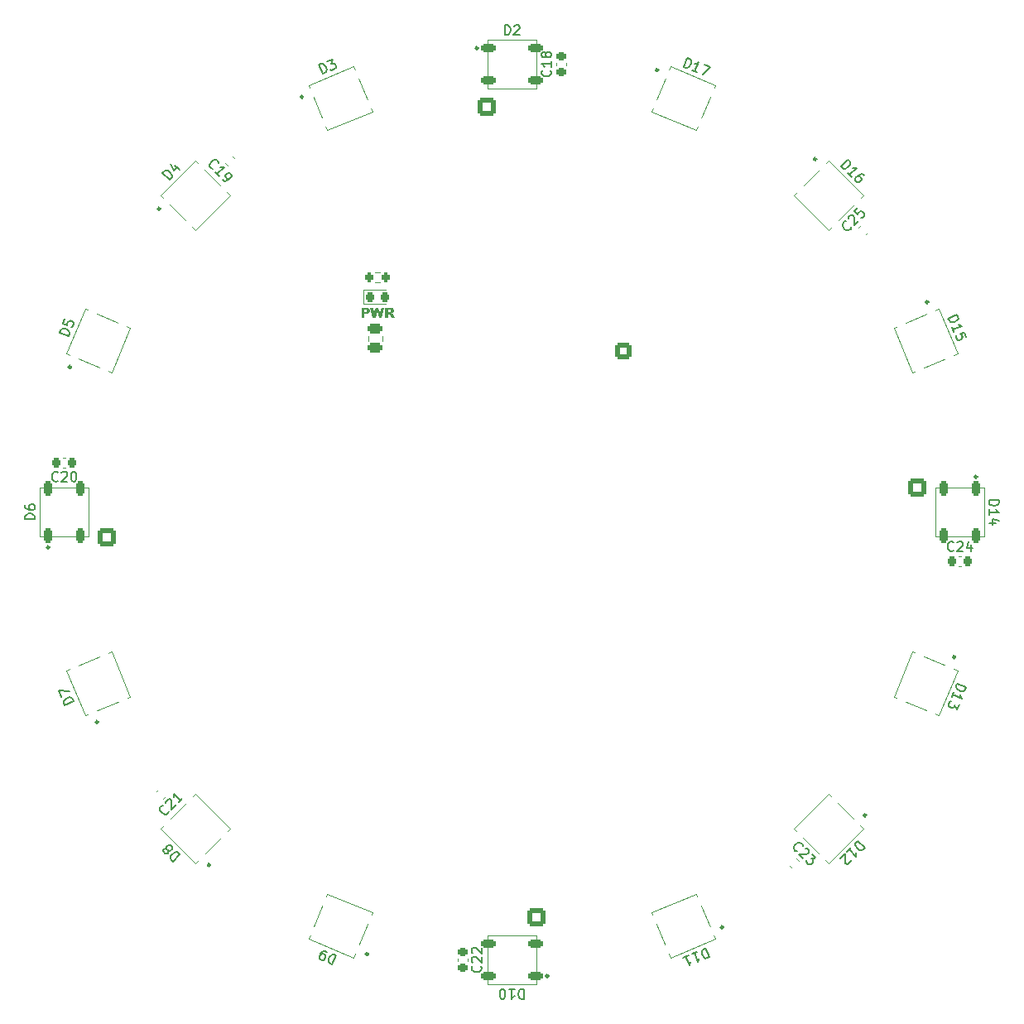
<source format=gbr>
%TF.GenerationSoftware,KiCad,Pcbnew,7.0.6*%
%TF.CreationDate,2023-12-16T12:44:13+09:00*%
%TF.ProjectId,BallSensor_TSSP58038_20230330,42616c6c-5365-46e7-936f-725f54535350,rev?*%
%TF.SameCoordinates,Original*%
%TF.FileFunction,Legend,Top*%
%TF.FilePolarity,Positive*%
%FSLAX46Y46*%
G04 Gerber Fmt 4.6, Leading zero omitted, Abs format (unit mm)*
G04 Created by KiCad (PCBNEW 7.0.6) date 2023-12-16 12:44:13*
%MOMM*%
%LPD*%
G01*
G04 APERTURE LIST*
G04 Aperture macros list*
%AMRoundRect*
0 Rectangle with rounded corners*
0 $1 Rounding radius*
0 $2 $3 $4 $5 $6 $7 $8 $9 X,Y pos of 4 corners*
0 Add a 4 corners polygon primitive as box body*
4,1,4,$2,$3,$4,$5,$6,$7,$8,$9,$2,$3,0*
0 Add four circle primitives for the rounded corners*
1,1,$1+$1,$2,$3*
1,1,$1+$1,$4,$5*
1,1,$1+$1,$6,$7*
1,1,$1+$1,$8,$9*
0 Add four rect primitives between the rounded corners*
20,1,$1+$1,$2,$3,$4,$5,0*
20,1,$1+$1,$4,$5,$6,$7,0*
20,1,$1+$1,$6,$7,$8,$9,0*
20,1,$1+$1,$8,$9,$2,$3,0*%
G04 Aperture macros list end*
%ADD10C,0.150000*%
%ADD11C,0.120000*%
%ADD12C,0.260000*%
%ADD13RoundRect,0.225000X0.212132X0.530330X-0.530330X-0.212132X-0.212132X-0.530330X0.530330X0.212132X0*%
%ADD14RoundRect,0.225000X0.250000X-0.225000X0.250000X0.225000X-0.250000X0.225000X-0.250000X-0.225000X0*%
%ADD15RoundRect,0.225000X-0.571141X-0.006964X0.398933X-0.408782X0.571141X0.006964X-0.398933X0.408782X0*%
%ADD16C,3.200000*%
%ADD17RoundRect,0.225000X0.408782X-0.398933X0.006964X0.571141X-0.408782X0.398933X-0.006964X-0.571141X0*%
%ADD18RoundRect,0.200000X-0.200000X-0.275000X0.200000X-0.275000X0.200000X0.275000X-0.200000X0.275000X0*%
%ADD19RoundRect,0.225000X0.225000X0.250000X-0.225000X0.250000X-0.225000X-0.250000X0.225000X-0.250000X0*%
%ADD20RoundRect,0.225000X0.398933X0.408782X-0.571141X0.006964X-0.398933X-0.408782X0.571141X-0.006964X0*%
%ADD21RoundRect,0.225000X-0.530330X0.212132X0.212132X-0.530330X0.530330X-0.212132X-0.212132X0.530330X0*%
%ADD22RoundRect,0.250000X0.475000X-0.250000X0.475000X0.250000X-0.475000X0.250000X-0.475000X-0.250000X0*%
%ADD23RoundRect,0.225000X-0.225000X0.525000X-0.225000X-0.525000X0.225000X-0.525000X0.225000X0.525000X0*%
%ADD24RoundRect,0.225000X-0.250000X0.225000X-0.250000X-0.225000X0.250000X-0.225000X0.250000X0.225000X0*%
%ADD25RoundRect,0.225000X-0.212132X-0.530330X0.530330X0.212132X0.212132X0.530330X-0.530330X-0.212132X0*%
%ADD26RoundRect,0.225000X-0.335876X-0.017678X-0.017678X-0.335876X0.335876X0.017678X0.017678X0.335876X0*%
%ADD27RoundRect,0.225000X0.225000X-0.525000X0.225000X0.525000X-0.225000X0.525000X-0.225000X-0.525000X0*%
%ADD28RoundRect,0.225000X-0.398933X-0.408782X0.571141X-0.006964X0.398933X0.408782X-0.571141X0.006964X0*%
%ADD29RoundRect,0.225000X0.335876X0.017678X0.017678X0.335876X-0.335876X-0.017678X-0.017678X-0.335876X0*%
%ADD30RoundRect,0.218750X-0.218750X-0.256250X0.218750X-0.256250X0.218750X0.256250X-0.218750X0.256250X0*%
%ADD31RoundRect,0.225000X-0.006964X0.571141X-0.408782X-0.398933X0.006964X-0.571141X0.408782X0.398933X0*%
%ADD32RoundRect,0.225000X-0.525000X-0.225000X0.525000X-0.225000X0.525000X0.225000X-0.525000X0.225000X0*%
%ADD33RoundRect,0.225000X-0.225000X-0.250000X0.225000X-0.250000X0.225000X0.250000X-0.225000X0.250000X0*%
%ADD34RoundRect,0.225000X0.006964X-0.571141X0.408782X0.398933X-0.006964X0.571141X-0.408782X-0.398933X0*%
%ADD35RoundRect,0.225000X0.525000X0.225000X-0.525000X0.225000X-0.525000X-0.225000X0.525000X-0.225000X0*%
%ADD36RoundRect,0.225000X0.571141X0.006964X-0.398933X0.408782X-0.571141X-0.006964X0.398933X-0.408782X0*%
%ADD37RoundRect,0.225000X-0.408782X0.398933X-0.006964X-0.571141X0.408782X-0.398933X0.006964X0.571141X0*%
%ADD38RoundRect,0.225000X-0.017678X0.335876X-0.335876X0.017678X0.017678X-0.335876X0.335876X-0.017678X0*%
%ADD39RoundRect,0.225000X0.017678X-0.335876X0.335876X-0.017678X-0.017678X0.335876X-0.335876X0.017678X0*%
%ADD40RoundRect,0.225000X0.530330X-0.212132X-0.212132X0.530330X-0.530330X0.212132X0.212132X-0.530330X0*%
%ADD41RoundRect,0.250200X0.849005X0.351669X-0.351669X0.849005X-0.849005X-0.351669X0.351669X-0.849005X0*%
%ADD42C,1.800000*%
%ADD43RoundRect,0.250200X-0.849005X-0.351669X0.351669X-0.849005X0.849005X0.351669X-0.351669X0.849005X0*%
%ADD44RoundRect,0.250200X-0.918956X0.000000X0.000000X-0.918956X0.918956X0.000000X0.000000X0.918956X0*%
%ADD45RoundRect,0.250000X0.600000X-0.600000X0.600000X0.600000X-0.600000X0.600000X-0.600000X-0.600000X0*%
%ADD46C,1.700000*%
%ADD47RoundRect,0.250200X-0.649800X-0.649800X0.649800X-0.649800X0.649800X0.649800X-0.649800X0.649800X0*%
%ADD48RoundRect,0.250200X-0.351669X0.849005X-0.849005X-0.351669X0.351669X-0.849005X0.849005X0.351669X0*%
%ADD49RoundRect,0.250200X0.918956X0.000000X0.000000X0.918956X-0.918956X0.000000X0.000000X-0.918956X0*%
%ADD50RoundRect,0.250200X0.649800X-0.649800X0.649800X0.649800X-0.649800X0.649800X-0.649800X-0.649800X0*%
%ADD51RoundRect,0.250200X0.351669X0.849005X-0.849005X0.351669X-0.351669X-0.849005X0.849005X-0.351669X0*%
%ADD52RoundRect,0.250200X0.000000X-0.918956X0.918956X0.000000X0.000000X0.918956X-0.918956X0.000000X0*%
%ADD53RoundRect,0.250200X-0.649800X0.649800X-0.649800X-0.649800X0.649800X-0.649800X0.649800X0.649800X0*%
%ADD54RoundRect,0.250200X0.351669X-0.849005X0.849005X0.351669X-0.351669X0.849005X-0.849005X-0.351669X0*%
%ADD55RoundRect,0.250200X-0.351669X-0.849005X0.849005X-0.351669X0.351669X0.849005X-0.849005X0.351669X0*%
%ADD56RoundRect,0.250200X-0.849005X0.351669X-0.351669X-0.849005X0.849005X-0.351669X0.351669X0.849005X0*%
%ADD57RoundRect,0.250200X0.849005X-0.351669X0.351669X0.849005X-0.849005X0.351669X-0.351669X-0.849005X0*%
%ADD58RoundRect,0.250200X0.000000X0.918956X-0.918956X0.000000X0.000000X-0.918956X0.918956X0.000000X0*%
%ADD59RoundRect,0.250200X0.649800X0.649800X-0.649800X0.649800X-0.649800X-0.649800X0.649800X-0.649800X0*%
G04 APERTURE END LIST*
D10*
X136327032Y-133330772D02*
X137034138Y-134037879D01*
X137034138Y-134037879D02*
X136865780Y-134206238D01*
X136865780Y-134206238D02*
X136731093Y-134273581D01*
X136731093Y-134273581D02*
X136596406Y-134273581D01*
X136596406Y-134273581D02*
X136495390Y-134239909D01*
X136495390Y-134239909D02*
X136327032Y-134138894D01*
X136327032Y-134138894D02*
X136226016Y-134037879D01*
X136226016Y-134037879D02*
X136125001Y-133869520D01*
X136125001Y-133869520D02*
X136091329Y-133768505D01*
X136091329Y-133768505D02*
X136091329Y-133633818D01*
X136091329Y-133633818D02*
X136158673Y-133499131D01*
X136158673Y-133499131D02*
X136327032Y-133330772D01*
X135249536Y-134408268D02*
X135653597Y-134004207D01*
X135451566Y-134206238D02*
X136158673Y-134913344D01*
X136158673Y-134913344D02*
X136125001Y-134744986D01*
X136125001Y-134744986D02*
X136125001Y-134610299D01*
X136125001Y-134610299D02*
X136158673Y-134509283D01*
X135619925Y-135317406D02*
X135619925Y-135384749D01*
X135619925Y-135384749D02*
X135586253Y-135485764D01*
X135586253Y-135485764D02*
X135417894Y-135654123D01*
X135417894Y-135654123D02*
X135316879Y-135687795D01*
X135316879Y-135687795D02*
X135249535Y-135687795D01*
X135249535Y-135687795D02*
X135148520Y-135654123D01*
X135148520Y-135654123D02*
X135081177Y-135586780D01*
X135081177Y-135586780D02*
X135013833Y-135452093D01*
X135013833Y-135452093D02*
X135013833Y-134643971D01*
X135013833Y-134643971D02*
X134576100Y-135081703D01*
X104894580Y-54528857D02*
X104942200Y-54576476D01*
X104942200Y-54576476D02*
X104989819Y-54719333D01*
X104989819Y-54719333D02*
X104989819Y-54814571D01*
X104989819Y-54814571D02*
X104942200Y-54957428D01*
X104942200Y-54957428D02*
X104846961Y-55052666D01*
X104846961Y-55052666D02*
X104751723Y-55100285D01*
X104751723Y-55100285D02*
X104561247Y-55147904D01*
X104561247Y-55147904D02*
X104418390Y-55147904D01*
X104418390Y-55147904D02*
X104227914Y-55100285D01*
X104227914Y-55100285D02*
X104132676Y-55052666D01*
X104132676Y-55052666D02*
X104037438Y-54957428D01*
X104037438Y-54957428D02*
X103989819Y-54814571D01*
X103989819Y-54814571D02*
X103989819Y-54719333D01*
X103989819Y-54719333D02*
X104037438Y-54576476D01*
X104037438Y-54576476D02*
X104085057Y-54528857D01*
X104989819Y-53576476D02*
X104989819Y-54147904D01*
X104989819Y-53862190D02*
X103989819Y-53862190D01*
X103989819Y-53862190D02*
X104132676Y-53957428D01*
X104132676Y-53957428D02*
X104227914Y-54052666D01*
X104227914Y-54052666D02*
X104275533Y-54147904D01*
X104418390Y-53005047D02*
X104370771Y-53100285D01*
X104370771Y-53100285D02*
X104323152Y-53147904D01*
X104323152Y-53147904D02*
X104227914Y-53195523D01*
X104227914Y-53195523D02*
X104180295Y-53195523D01*
X104180295Y-53195523D02*
X104085057Y-53147904D01*
X104085057Y-53147904D02*
X104037438Y-53100285D01*
X104037438Y-53100285D02*
X103989819Y-53005047D01*
X103989819Y-53005047D02*
X103989819Y-52814571D01*
X103989819Y-52814571D02*
X104037438Y-52719333D01*
X104037438Y-52719333D02*
X104085057Y-52671714D01*
X104085057Y-52671714D02*
X104180295Y-52624095D01*
X104180295Y-52624095D02*
X104227914Y-52624095D01*
X104227914Y-52624095D02*
X104323152Y-52671714D01*
X104323152Y-52671714D02*
X104370771Y-52719333D01*
X104370771Y-52719333D02*
X104418390Y-52814571D01*
X104418390Y-52814571D02*
X104418390Y-53005047D01*
X104418390Y-53005047D02*
X104466009Y-53100285D01*
X104466009Y-53100285D02*
X104513628Y-53147904D01*
X104513628Y-53147904D02*
X104608866Y-53195523D01*
X104608866Y-53195523D02*
X104799342Y-53195523D01*
X104799342Y-53195523D02*
X104894580Y-53147904D01*
X104894580Y-53147904D02*
X104942200Y-53100285D01*
X104942200Y-53100285D02*
X104989819Y-53005047D01*
X104989819Y-53005047D02*
X104989819Y-52814571D01*
X104989819Y-52814571D02*
X104942200Y-52719333D01*
X104942200Y-52719333D02*
X104894580Y-52671714D01*
X104894580Y-52671714D02*
X104799342Y-52624095D01*
X104799342Y-52624095D02*
X104608866Y-52624095D01*
X104608866Y-52624095D02*
X104513628Y-52671714D01*
X104513628Y-52671714D02*
X104466009Y-52719333D01*
X104466009Y-52719333D02*
X104418390Y-52814571D01*
X118516252Y-54140442D02*
X118898935Y-53216563D01*
X118898935Y-53216563D02*
X119118907Y-53307678D01*
X119118907Y-53307678D02*
X119232667Y-53406341D01*
X119232667Y-53406341D02*
X119284209Y-53530776D01*
X119284209Y-53530776D02*
X119291757Y-53636987D01*
X119291757Y-53636987D02*
X119262859Y-53831188D01*
X119262859Y-53831188D02*
X119208190Y-53963170D01*
X119208190Y-53963170D02*
X119091304Y-54120924D01*
X119091304Y-54120924D02*
X119010864Y-54190690D01*
X119010864Y-54190690D02*
X118886429Y-54242232D01*
X118886429Y-54242232D02*
X118736223Y-54231558D01*
X118736223Y-54231558D02*
X118516252Y-54140442D01*
X119924068Y-54723579D02*
X119396137Y-54504903D01*
X119660103Y-54614241D02*
X120042786Y-53690361D01*
X120042786Y-53690361D02*
X119900129Y-53785898D01*
X119900129Y-53785898D02*
X119775694Y-53837441D01*
X119775694Y-53837441D02*
X119669483Y-53844989D01*
X120614712Y-53927261D02*
X121230631Y-54182383D01*
X121230631Y-54182383D02*
X120452000Y-54942255D01*
X56166586Y-119041016D02*
X55242707Y-119423700D01*
X55242707Y-119423700D02*
X55151592Y-119203729D01*
X55151592Y-119203729D02*
X55140917Y-119053523D01*
X55140917Y-119053523D02*
X55192459Y-118929088D01*
X55192459Y-118929088D02*
X55262225Y-118848648D01*
X55262225Y-118848648D02*
X55419979Y-118731762D01*
X55419979Y-118731762D02*
X55551962Y-118677092D01*
X55551962Y-118677092D02*
X55746162Y-118648195D01*
X55746162Y-118648195D02*
X55852373Y-118655743D01*
X55852373Y-118655743D02*
X55976808Y-118707285D01*
X55976808Y-118707285D02*
X56075471Y-118821045D01*
X56075471Y-118821045D02*
X56166586Y-119041016D01*
X54896469Y-118587809D02*
X54641347Y-117971889D01*
X54641347Y-117971889D02*
X55729234Y-117985154D01*
X54522142Y-96475580D02*
X54474523Y-96523200D01*
X54474523Y-96523200D02*
X54331666Y-96570819D01*
X54331666Y-96570819D02*
X54236428Y-96570819D01*
X54236428Y-96570819D02*
X54093571Y-96523200D01*
X54093571Y-96523200D02*
X53998333Y-96427961D01*
X53998333Y-96427961D02*
X53950714Y-96332723D01*
X53950714Y-96332723D02*
X53903095Y-96142247D01*
X53903095Y-96142247D02*
X53903095Y-95999390D01*
X53903095Y-95999390D02*
X53950714Y-95808914D01*
X53950714Y-95808914D02*
X53998333Y-95713676D01*
X53998333Y-95713676D02*
X54093571Y-95618438D01*
X54093571Y-95618438D02*
X54236428Y-95570819D01*
X54236428Y-95570819D02*
X54331666Y-95570819D01*
X54331666Y-95570819D02*
X54474523Y-95618438D01*
X54474523Y-95618438D02*
X54522142Y-95666057D01*
X54903095Y-95666057D02*
X54950714Y-95618438D01*
X54950714Y-95618438D02*
X55045952Y-95570819D01*
X55045952Y-95570819D02*
X55284047Y-95570819D01*
X55284047Y-95570819D02*
X55379285Y-95618438D01*
X55379285Y-95618438D02*
X55426904Y-95666057D01*
X55426904Y-95666057D02*
X55474523Y-95761295D01*
X55474523Y-95761295D02*
X55474523Y-95856533D01*
X55474523Y-95856533D02*
X55426904Y-95999390D01*
X55426904Y-95999390D02*
X54855476Y-96570819D01*
X54855476Y-96570819D02*
X55474523Y-96570819D01*
X56093571Y-95570819D02*
X56188809Y-95570819D01*
X56188809Y-95570819D02*
X56284047Y-95618438D01*
X56284047Y-95618438D02*
X56331666Y-95666057D01*
X56331666Y-95666057D02*
X56379285Y-95761295D01*
X56379285Y-95761295D02*
X56426904Y-95951771D01*
X56426904Y-95951771D02*
X56426904Y-96189866D01*
X56426904Y-96189866D02*
X56379285Y-96380342D01*
X56379285Y-96380342D02*
X56331666Y-96475580D01*
X56331666Y-96475580D02*
X56284047Y-96523200D01*
X56284047Y-96523200D02*
X56188809Y-96570819D01*
X56188809Y-96570819D02*
X56093571Y-96570819D01*
X56093571Y-96570819D02*
X55998333Y-96523200D01*
X55998333Y-96523200D02*
X55950714Y-96475580D01*
X55950714Y-96475580D02*
X55903095Y-96380342D01*
X55903095Y-96380342D02*
X55855476Y-96189866D01*
X55855476Y-96189866D02*
X55855476Y-95951771D01*
X55855476Y-95951771D02*
X55903095Y-95761295D01*
X55903095Y-95761295D02*
X55950714Y-95666057D01*
X55950714Y-95666057D02*
X55998333Y-95618438D01*
X55998333Y-95618438D02*
X56093571Y-95570819D01*
X120759960Y-144302180D02*
X121142643Y-145226060D01*
X121142643Y-145226060D02*
X120922672Y-145317175D01*
X120922672Y-145317175D02*
X120772466Y-145327850D01*
X120772466Y-145327850D02*
X120648031Y-145276307D01*
X120648031Y-145276307D02*
X120567591Y-145206542D01*
X120567591Y-145206542D02*
X120450705Y-145048788D01*
X120450705Y-145048788D02*
X120396036Y-144916805D01*
X120396036Y-144916805D02*
X120367138Y-144722605D01*
X120367138Y-144722605D02*
X120374686Y-144616393D01*
X120374686Y-144616393D02*
X120426228Y-144491959D01*
X120426228Y-144491959D02*
X120539988Y-144393296D01*
X120539988Y-144393296D02*
X120759960Y-144302180D01*
X119352143Y-144885317D02*
X119880074Y-144666641D01*
X119616109Y-144775979D02*
X119998792Y-145699859D01*
X119998792Y-145699859D02*
X120032112Y-145531430D01*
X120032112Y-145531430D02*
X120083654Y-145406995D01*
X120083654Y-145406995D02*
X120153420Y-145326555D01*
X118472258Y-145249778D02*
X119000189Y-145031101D01*
X118736223Y-145140439D02*
X119118907Y-146064319D01*
X119118907Y-146064319D02*
X119152226Y-145895890D01*
X119152226Y-145895890D02*
X119203769Y-145771456D01*
X119203769Y-145771456D02*
X119273534Y-145691015D01*
X134609772Y-64323965D02*
X135316879Y-63616859D01*
X135316879Y-63616859D02*
X135485238Y-63785217D01*
X135485238Y-63785217D02*
X135552581Y-63919904D01*
X135552581Y-63919904D02*
X135552581Y-64054591D01*
X135552581Y-64054591D02*
X135518909Y-64155607D01*
X135518909Y-64155607D02*
X135417894Y-64323965D01*
X135417894Y-64323965D02*
X135316879Y-64424981D01*
X135316879Y-64424981D02*
X135148520Y-64525996D01*
X135148520Y-64525996D02*
X135047505Y-64559668D01*
X135047505Y-64559668D02*
X134912818Y-64559668D01*
X134912818Y-64559668D02*
X134778131Y-64492324D01*
X134778131Y-64492324D02*
X134609772Y-64323965D01*
X135687268Y-65401461D02*
X135283207Y-64997400D01*
X135485238Y-65199431D02*
X136192344Y-64492324D01*
X136192344Y-64492324D02*
X136023986Y-64525996D01*
X136023986Y-64525996D02*
X135889299Y-64525996D01*
X135889299Y-64525996D02*
X135788283Y-64492324D01*
X137000467Y-65300446D02*
X136865780Y-65165759D01*
X136865780Y-65165759D02*
X136764764Y-65132088D01*
X136764764Y-65132088D02*
X136697421Y-65132088D01*
X136697421Y-65132088D02*
X136529062Y-65165759D01*
X136529062Y-65165759D02*
X136360703Y-65266775D01*
X136360703Y-65266775D02*
X136091329Y-65536149D01*
X136091329Y-65536149D02*
X136057658Y-65637164D01*
X136057658Y-65637164D02*
X136057658Y-65704507D01*
X136057658Y-65704507D02*
X136091329Y-65805523D01*
X136091329Y-65805523D02*
X136226016Y-65940210D01*
X136226016Y-65940210D02*
X136327032Y-65973881D01*
X136327032Y-65973881D02*
X136394375Y-65973881D01*
X136394375Y-65973881D02*
X136495390Y-65940210D01*
X136495390Y-65940210D02*
X136663749Y-65771851D01*
X136663749Y-65771851D02*
X136697421Y-65670836D01*
X136697421Y-65670836D02*
X136697421Y-65603492D01*
X136697421Y-65603492D02*
X136663749Y-65502477D01*
X136663749Y-65502477D02*
X136529062Y-65367790D01*
X136529062Y-65367790D02*
X136428047Y-65334118D01*
X136428047Y-65334118D02*
X136360703Y-65334118D01*
X136360703Y-65334118D02*
X136259688Y-65367790D01*
X149760180Y-98471714D02*
X150760180Y-98471714D01*
X150760180Y-98471714D02*
X150760180Y-98709809D01*
X150760180Y-98709809D02*
X150712561Y-98852666D01*
X150712561Y-98852666D02*
X150617323Y-98947904D01*
X150617323Y-98947904D02*
X150522085Y-98995523D01*
X150522085Y-98995523D02*
X150331609Y-99043142D01*
X150331609Y-99043142D02*
X150188752Y-99043142D01*
X150188752Y-99043142D02*
X149998276Y-98995523D01*
X149998276Y-98995523D02*
X149903038Y-98947904D01*
X149903038Y-98947904D02*
X149807800Y-98852666D01*
X149807800Y-98852666D02*
X149760180Y-98709809D01*
X149760180Y-98709809D02*
X149760180Y-98471714D01*
X149760180Y-99995523D02*
X149760180Y-99424095D01*
X149760180Y-99709809D02*
X150760180Y-99709809D01*
X150760180Y-99709809D02*
X150617323Y-99614571D01*
X150617323Y-99614571D02*
X150522085Y-99519333D01*
X150522085Y-99519333D02*
X150474466Y-99424095D01*
X150426847Y-100852666D02*
X149760180Y-100852666D01*
X150807800Y-100614571D02*
X150093514Y-100376476D01*
X150093514Y-100376476D02*
X150093514Y-100995523D01*
X97754580Y-146128857D02*
X97802200Y-146176476D01*
X97802200Y-146176476D02*
X97849819Y-146319333D01*
X97849819Y-146319333D02*
X97849819Y-146414571D01*
X97849819Y-146414571D02*
X97802200Y-146557428D01*
X97802200Y-146557428D02*
X97706961Y-146652666D01*
X97706961Y-146652666D02*
X97611723Y-146700285D01*
X97611723Y-146700285D02*
X97421247Y-146747904D01*
X97421247Y-146747904D02*
X97278390Y-146747904D01*
X97278390Y-146747904D02*
X97087914Y-146700285D01*
X97087914Y-146700285D02*
X96992676Y-146652666D01*
X96992676Y-146652666D02*
X96897438Y-146557428D01*
X96897438Y-146557428D02*
X96849819Y-146414571D01*
X96849819Y-146414571D02*
X96849819Y-146319333D01*
X96849819Y-146319333D02*
X96897438Y-146176476D01*
X96897438Y-146176476D02*
X96945057Y-146128857D01*
X96945057Y-145747904D02*
X96897438Y-145700285D01*
X96897438Y-145700285D02*
X96849819Y-145605047D01*
X96849819Y-145605047D02*
X96849819Y-145366952D01*
X96849819Y-145366952D02*
X96897438Y-145271714D01*
X96897438Y-145271714D02*
X96945057Y-145224095D01*
X96945057Y-145224095D02*
X97040295Y-145176476D01*
X97040295Y-145176476D02*
X97135533Y-145176476D01*
X97135533Y-145176476D02*
X97278390Y-145224095D01*
X97278390Y-145224095D02*
X97849819Y-145795523D01*
X97849819Y-145795523D02*
X97849819Y-145176476D01*
X96945057Y-144795523D02*
X96897438Y-144747904D01*
X96897438Y-144747904D02*
X96849819Y-144652666D01*
X96849819Y-144652666D02*
X96849819Y-144414571D01*
X96849819Y-144414571D02*
X96897438Y-144319333D01*
X96897438Y-144319333D02*
X96945057Y-144271714D01*
X96945057Y-144271714D02*
X97040295Y-144224095D01*
X97040295Y-144224095D02*
X97135533Y-144224095D01*
X97135533Y-144224095D02*
X97278390Y-144271714D01*
X97278390Y-144271714D02*
X97849819Y-144843142D01*
X97849819Y-144843142D02*
X97849819Y-144224095D01*
X65939683Y-65704507D02*
X65232577Y-64997400D01*
X65232577Y-64997400D02*
X65400935Y-64829041D01*
X65400935Y-64829041D02*
X65535622Y-64761698D01*
X65535622Y-64761698D02*
X65670309Y-64761698D01*
X65670309Y-64761698D02*
X65771325Y-64795370D01*
X65771325Y-64795370D02*
X65939683Y-64896385D01*
X65939683Y-64896385D02*
X66040699Y-64997400D01*
X66040699Y-64997400D02*
X66141714Y-65165759D01*
X66141714Y-65165759D02*
X66175386Y-65266774D01*
X66175386Y-65266774D02*
X66175386Y-65401461D01*
X66175386Y-65401461D02*
X66108042Y-65536148D01*
X66108042Y-65536148D02*
X65939683Y-65704507D01*
X66478431Y-64222950D02*
X66949836Y-64694354D01*
X66040699Y-64121935D02*
X66377416Y-64795370D01*
X66377416Y-64795370D02*
X66815149Y-64357637D01*
X130117287Y-134395554D02*
X130049943Y-134395554D01*
X130049943Y-134395554D02*
X129915256Y-134328210D01*
X129915256Y-134328210D02*
X129847913Y-134260867D01*
X129847913Y-134260867D02*
X129780569Y-134126180D01*
X129780569Y-134126180D02*
X129780569Y-133991493D01*
X129780569Y-133991493D02*
X129814241Y-133890478D01*
X129814241Y-133890478D02*
X129915256Y-133722119D01*
X129915256Y-133722119D02*
X130016271Y-133621104D01*
X130016271Y-133621104D02*
X130184630Y-133520088D01*
X130184630Y-133520088D02*
X130285645Y-133486417D01*
X130285645Y-133486417D02*
X130420332Y-133486417D01*
X130420332Y-133486417D02*
X130555019Y-133553760D01*
X130555019Y-133553760D02*
X130622363Y-133621104D01*
X130622363Y-133621104D02*
X130689706Y-133755791D01*
X130689706Y-133755791D02*
X130689706Y-133823134D01*
X130959080Y-134092508D02*
X131026424Y-134092508D01*
X131026424Y-134092508D02*
X131127439Y-134126180D01*
X131127439Y-134126180D02*
X131295798Y-134294539D01*
X131295798Y-134294539D02*
X131329470Y-134395554D01*
X131329470Y-134395554D02*
X131329470Y-134462897D01*
X131329470Y-134462897D02*
X131295798Y-134563913D01*
X131295798Y-134563913D02*
X131228454Y-134631256D01*
X131228454Y-134631256D02*
X131093767Y-134698600D01*
X131093767Y-134698600D02*
X130285645Y-134698600D01*
X130285645Y-134698600D02*
X130723378Y-135136332D01*
X131666187Y-134664928D02*
X132103920Y-135102661D01*
X132103920Y-135102661D02*
X131598844Y-135136333D01*
X131598844Y-135136333D02*
X131699859Y-135237348D01*
X131699859Y-135237348D02*
X131733531Y-135338363D01*
X131733531Y-135338363D02*
X131733531Y-135405707D01*
X131733531Y-135405707D02*
X131699859Y-135506722D01*
X131699859Y-135506722D02*
X131531500Y-135675081D01*
X131531500Y-135675081D02*
X131430485Y-135708752D01*
X131430485Y-135708752D02*
X131363142Y-135708752D01*
X131363142Y-135708752D02*
X131262126Y-135675081D01*
X131262126Y-135675081D02*
X131060096Y-135473050D01*
X131060096Y-135473050D02*
X131026424Y-135372035D01*
X131026424Y-135372035D02*
X131026424Y-135304691D01*
X52169819Y-100424094D02*
X51169819Y-100424094D01*
X51169819Y-100424094D02*
X51169819Y-100185999D01*
X51169819Y-100185999D02*
X51217438Y-100043142D01*
X51217438Y-100043142D02*
X51312676Y-99947904D01*
X51312676Y-99947904D02*
X51407914Y-99900285D01*
X51407914Y-99900285D02*
X51598390Y-99852666D01*
X51598390Y-99852666D02*
X51741247Y-99852666D01*
X51741247Y-99852666D02*
X51931723Y-99900285D01*
X51931723Y-99900285D02*
X52026961Y-99947904D01*
X52026961Y-99947904D02*
X52122200Y-100043142D01*
X52122200Y-100043142D02*
X52169819Y-100185999D01*
X52169819Y-100185999D02*
X52169819Y-100424094D01*
X51169819Y-98995523D02*
X51169819Y-99185999D01*
X51169819Y-99185999D02*
X51217438Y-99281237D01*
X51217438Y-99281237D02*
X51265057Y-99328856D01*
X51265057Y-99328856D02*
X51407914Y-99424094D01*
X51407914Y-99424094D02*
X51598390Y-99471713D01*
X51598390Y-99471713D02*
X51979342Y-99471713D01*
X51979342Y-99471713D02*
X52074580Y-99424094D01*
X52074580Y-99424094D02*
X52122200Y-99376475D01*
X52122200Y-99376475D02*
X52169819Y-99281237D01*
X52169819Y-99281237D02*
X52169819Y-99090761D01*
X52169819Y-99090761D02*
X52122200Y-98995523D01*
X52122200Y-98995523D02*
X52074580Y-98947904D01*
X52074580Y-98947904D02*
X51979342Y-98900285D01*
X51979342Y-98900285D02*
X51741247Y-98900285D01*
X51741247Y-98900285D02*
X51646009Y-98947904D01*
X51646009Y-98947904D02*
X51598390Y-98995523D01*
X51598390Y-98995523D02*
X51550771Y-99090761D01*
X51550771Y-99090761D02*
X51550771Y-99281237D01*
X51550771Y-99281237D02*
X51598390Y-99376475D01*
X51598390Y-99376475D02*
X51646009Y-99424094D01*
X51646009Y-99424094D02*
X51741247Y-99471713D01*
X81609981Y-54887586D02*
X81227297Y-53963707D01*
X81227297Y-53963707D02*
X81447268Y-53872592D01*
X81447268Y-53872592D02*
X81597474Y-53861917D01*
X81597474Y-53861917D02*
X81721909Y-53913459D01*
X81721909Y-53913459D02*
X81802349Y-53983225D01*
X81802349Y-53983225D02*
X81919235Y-54140979D01*
X81919235Y-54140979D02*
X81973905Y-54272962D01*
X81973905Y-54272962D02*
X82002802Y-54467162D01*
X82002802Y-54467162D02*
X81995254Y-54573373D01*
X81995254Y-54573373D02*
X81943712Y-54697808D01*
X81943712Y-54697808D02*
X81829952Y-54796471D01*
X81829952Y-54796471D02*
X81609981Y-54887586D01*
X82063188Y-53617469D02*
X82635114Y-53380570D01*
X82635114Y-53380570D02*
X82472938Y-53860085D01*
X82472938Y-53860085D02*
X82604921Y-53805416D01*
X82604921Y-53805416D02*
X82711132Y-53812964D01*
X82711132Y-53812964D02*
X82773350Y-53838736D01*
X82773350Y-53838736D02*
X82853790Y-53908501D01*
X82853790Y-53908501D02*
X82944905Y-54128472D01*
X82944905Y-54128472D02*
X82937357Y-54234684D01*
X82937357Y-54234684D02*
X82911585Y-54296901D01*
X82911585Y-54296901D02*
X82841820Y-54377342D01*
X82841820Y-54377342D02*
X82577854Y-54486680D01*
X82577854Y-54486680D02*
X82471643Y-54479131D01*
X82471643Y-54479131D02*
X82409426Y-54453360D01*
X70395049Y-64575830D02*
X70327705Y-64575830D01*
X70327705Y-64575830D02*
X70193018Y-64508486D01*
X70193018Y-64508486D02*
X70125675Y-64441143D01*
X70125675Y-64441143D02*
X70058331Y-64306456D01*
X70058331Y-64306456D02*
X70058331Y-64171769D01*
X70058331Y-64171769D02*
X70092003Y-64070754D01*
X70092003Y-64070754D02*
X70193018Y-63902395D01*
X70193018Y-63902395D02*
X70294033Y-63801380D01*
X70294033Y-63801380D02*
X70462392Y-63700364D01*
X70462392Y-63700364D02*
X70563407Y-63666693D01*
X70563407Y-63666693D02*
X70698094Y-63666693D01*
X70698094Y-63666693D02*
X70832781Y-63734036D01*
X70832781Y-63734036D02*
X70900125Y-63801380D01*
X70900125Y-63801380D02*
X70967468Y-63936067D01*
X70967468Y-63936067D02*
X70967468Y-64003410D01*
X71001140Y-65316608D02*
X70597079Y-64912547D01*
X70799110Y-65114578D02*
X71506216Y-64407471D01*
X71506216Y-64407471D02*
X71337858Y-64441143D01*
X71337858Y-64441143D02*
X71203171Y-64441143D01*
X71203171Y-64441143D02*
X71102155Y-64407471D01*
X71337858Y-65653326D02*
X71472545Y-65788013D01*
X71472545Y-65788013D02*
X71573560Y-65821685D01*
X71573560Y-65821685D02*
X71640904Y-65821685D01*
X71640904Y-65821685D02*
X71809262Y-65788013D01*
X71809262Y-65788013D02*
X71977621Y-65686998D01*
X71977621Y-65686998D02*
X72246995Y-65417624D01*
X72246995Y-65417624D02*
X72280667Y-65316609D01*
X72280667Y-65316609D02*
X72280667Y-65249265D01*
X72280667Y-65249265D02*
X72246995Y-65148250D01*
X72246995Y-65148250D02*
X72112308Y-65013563D01*
X72112308Y-65013563D02*
X72011293Y-64979891D01*
X72011293Y-64979891D02*
X71943949Y-64979891D01*
X71943949Y-64979891D02*
X71842934Y-65013563D01*
X71842934Y-65013563D02*
X71674575Y-65181922D01*
X71674575Y-65181922D02*
X71640904Y-65282937D01*
X71640904Y-65282937D02*
X71640904Y-65350280D01*
X71640904Y-65350280D02*
X71674575Y-65451296D01*
X71674575Y-65451296D02*
X71809262Y-65585983D01*
X71809262Y-65585983D02*
X71910278Y-65619654D01*
X71910278Y-65619654D02*
X71977621Y-65619654D01*
X71977621Y-65619654D02*
X72078636Y-65585983D01*
G36*
X86095124Y-78802658D02*
G01*
X86105439Y-78802891D01*
X86115587Y-78803278D01*
X86125570Y-78803821D01*
X86135386Y-78804519D01*
X86154521Y-78806379D01*
X86172992Y-78808860D01*
X86190799Y-78811961D01*
X86207942Y-78815681D01*
X86224420Y-78820022D01*
X86240235Y-78824984D01*
X86255386Y-78830565D01*
X86269872Y-78836766D01*
X86283695Y-78843588D01*
X86296854Y-78851030D01*
X86309348Y-78859092D01*
X86321179Y-78867774D01*
X86332345Y-78877076D01*
X86337679Y-78881960D01*
X86347883Y-78892144D01*
X86357429Y-78902850D01*
X86366316Y-78914080D01*
X86374545Y-78925832D01*
X86382115Y-78938107D01*
X86389028Y-78950905D01*
X86395282Y-78964226D01*
X86400877Y-78978069D01*
X86405815Y-78992436D01*
X86410094Y-79007325D01*
X86413714Y-79022737D01*
X86416677Y-79038672D01*
X86418981Y-79055130D01*
X86420627Y-79072110D01*
X86421614Y-79089614D01*
X86421943Y-79107640D01*
X86421585Y-79126220D01*
X86420508Y-79144284D01*
X86418715Y-79161833D01*
X86416204Y-79178867D01*
X86412975Y-79195386D01*
X86409029Y-79211390D01*
X86404365Y-79226878D01*
X86398984Y-79241852D01*
X86392886Y-79256310D01*
X86386070Y-79270252D01*
X86378537Y-79283680D01*
X86370286Y-79296592D01*
X86361318Y-79308990D01*
X86351632Y-79320872D01*
X86341229Y-79332239D01*
X86330108Y-79343090D01*
X86318281Y-79353353D01*
X86305699Y-79362954D01*
X86292361Y-79371893D01*
X86278267Y-79380169D01*
X86263418Y-79387784D01*
X86247813Y-79394736D01*
X86231453Y-79401026D01*
X86214337Y-79406654D01*
X86196465Y-79411620D01*
X86177838Y-79415924D01*
X86168241Y-79417828D01*
X86158455Y-79419566D01*
X86148480Y-79421138D01*
X86138316Y-79422545D01*
X86127964Y-79423787D01*
X86117422Y-79424863D01*
X86106692Y-79425773D01*
X86095772Y-79426518D01*
X86084664Y-79427098D01*
X86073367Y-79427511D01*
X86061881Y-79427760D01*
X86050206Y-79427842D01*
X85879968Y-79427842D01*
X85879968Y-79803000D01*
X85567338Y-79803000D01*
X85567338Y-79005791D01*
X85879968Y-79005791D01*
X85879968Y-79224632D01*
X85956172Y-79224632D01*
X85967228Y-79224514D01*
X85977864Y-79224159D01*
X85988080Y-79223568D01*
X85997877Y-79222740D01*
X86011784Y-79221054D01*
X86024747Y-79218835D01*
X86036766Y-79216085D01*
X86047840Y-79212802D01*
X86057969Y-79208987D01*
X86067154Y-79204639D01*
X86077931Y-79198014D01*
X86082690Y-79194346D01*
X86091219Y-79186447D01*
X86098612Y-79178013D01*
X86104866Y-79169044D01*
X86109984Y-79159542D01*
X86113964Y-79149505D01*
X86116808Y-79138934D01*
X86118513Y-79127828D01*
X86119082Y-79116189D01*
X86118586Y-79104869D01*
X86117098Y-79093993D01*
X86114617Y-79083559D01*
X86111144Y-79073568D01*
X86106679Y-79064020D01*
X86101222Y-79054914D01*
X86094772Y-79046251D01*
X86087331Y-79038031D01*
X86078584Y-79030475D01*
X86068096Y-79023926D01*
X86059089Y-79019675D01*
X86049103Y-79015992D01*
X86038138Y-79012875D01*
X86026194Y-79010325D01*
X86013271Y-79008341D01*
X85999369Y-79006924D01*
X85989557Y-79006295D01*
X85979310Y-79005917D01*
X85968629Y-79005791D01*
X85879968Y-79005791D01*
X85567338Y-79005791D01*
X85567338Y-78802581D01*
X86084644Y-78802581D01*
X86095124Y-78802658D01*
G37*
G36*
X86475188Y-78802581D02*
G01*
X86770722Y-78802581D01*
X86877212Y-79361408D01*
X87032306Y-78802581D01*
X87327107Y-78802581D01*
X87482934Y-79361408D01*
X87589424Y-78802581D01*
X87883492Y-78802581D01*
X87661476Y-79803000D01*
X87356661Y-79803000D01*
X87180073Y-79173097D01*
X87004218Y-79803000D01*
X86699159Y-79803000D01*
X86475188Y-78802581D01*
G37*
G36*
X88519448Y-78802677D02*
G01*
X88536693Y-78802966D01*
X88553406Y-78803448D01*
X88569586Y-78804123D01*
X88585234Y-78804990D01*
X88600349Y-78806050D01*
X88614932Y-78807303D01*
X88628983Y-78808748D01*
X88642501Y-78810386D01*
X88655487Y-78812217D01*
X88667940Y-78814241D01*
X88679862Y-78816457D01*
X88691250Y-78818866D01*
X88702107Y-78821468D01*
X88712431Y-78824262D01*
X88722222Y-78827249D01*
X88731632Y-78830467D01*
X88740812Y-78834016D01*
X88754147Y-78839957D01*
X88766964Y-78846641D01*
X88779260Y-78854068D01*
X88791038Y-78862237D01*
X88802296Y-78871149D01*
X88813034Y-78880804D01*
X88823253Y-78891202D01*
X88829777Y-78898547D01*
X88836070Y-78906221D01*
X88842132Y-78914226D01*
X88845077Y-78918352D01*
X88850755Y-78926770D01*
X88856067Y-78935415D01*
X88861013Y-78944286D01*
X88865593Y-78953385D01*
X88869806Y-78962712D01*
X88873653Y-78972265D01*
X88877133Y-78982045D01*
X88880248Y-78992052D01*
X88882995Y-79002287D01*
X88885377Y-79012748D01*
X88887392Y-79023436D01*
X88889040Y-79034352D01*
X88890323Y-79045495D01*
X88891238Y-79056864D01*
X88891788Y-79068461D01*
X88891971Y-79080285D01*
X88891831Y-79090606D01*
X88891410Y-79100748D01*
X88890709Y-79110710D01*
X88889727Y-79120493D01*
X88887729Y-79134832D01*
X88885099Y-79148766D01*
X88881838Y-79162298D01*
X88877946Y-79175425D01*
X88873423Y-79188149D01*
X88868269Y-79200470D01*
X88862484Y-79212386D01*
X88856067Y-79223900D01*
X88849145Y-79235012D01*
X88841751Y-79245724D01*
X88833884Y-79256037D01*
X88825545Y-79265951D01*
X88816733Y-79275466D01*
X88807450Y-79284582D01*
X88797694Y-79293298D01*
X88787466Y-79301615D01*
X88776765Y-79309532D01*
X88765593Y-79317051D01*
X88757882Y-79321841D01*
X88747467Y-79327695D01*
X88736129Y-79333290D01*
X88727019Y-79337316D01*
X88717390Y-79341195D01*
X88707241Y-79344929D01*
X88696573Y-79348517D01*
X88685385Y-79351959D01*
X88673678Y-79355255D01*
X88661451Y-79358405D01*
X88648705Y-79361408D01*
X88658880Y-79364933D01*
X88668523Y-79368452D01*
X88680552Y-79373139D01*
X88691635Y-79377818D01*
X88701771Y-79382489D01*
X88710960Y-79387152D01*
X88721117Y-79392971D01*
X88729794Y-79398778D01*
X88738010Y-79405690D01*
X88746225Y-79413773D01*
X88753897Y-79422030D01*
X88760575Y-79429632D01*
X88767735Y-79438120D01*
X88775375Y-79447493D01*
X88779375Y-79452511D01*
X88787218Y-79462418D01*
X88794381Y-79471745D01*
X88800865Y-79480492D01*
X88806669Y-79488659D01*
X88812970Y-79498052D01*
X88818209Y-79506538D01*
X88823095Y-79515526D01*
X88973548Y-79803000D01*
X88621839Y-79803000D01*
X88455753Y-79496963D01*
X88449862Y-79486200D01*
X88444096Y-79476166D01*
X88438453Y-79466863D01*
X88432936Y-79458289D01*
X88425773Y-79447993D01*
X88418831Y-79438994D01*
X88412110Y-79431292D01*
X88404021Y-79423490D01*
X88399333Y-79419782D01*
X88390770Y-79414344D01*
X88381931Y-79409631D01*
X88372818Y-79405643D01*
X88363430Y-79402380D01*
X88353767Y-79399842D01*
X88343829Y-79398030D01*
X88333617Y-79396942D01*
X88323130Y-79396579D01*
X88295530Y-79396579D01*
X88295530Y-79803000D01*
X87983144Y-79803000D01*
X87983144Y-79005791D01*
X88295530Y-79005791D01*
X88295530Y-79209001D01*
X88426689Y-79209001D01*
X88437985Y-79208346D01*
X88448373Y-79207077D01*
X88458074Y-79205581D01*
X88469011Y-79203658D01*
X88481185Y-79201307D01*
X88491127Y-79199264D01*
X88501765Y-79196980D01*
X88509243Y-79195323D01*
X88520471Y-79192364D01*
X88530892Y-79188065D01*
X88540507Y-79182426D01*
X88549314Y-79175448D01*
X88557314Y-79167130D01*
X88559801Y-79164060D01*
X88565430Y-79155943D01*
X88570925Y-79145731D01*
X88575047Y-79135003D01*
X88577795Y-79123761D01*
X88579035Y-79113998D01*
X88579340Y-79105930D01*
X88578856Y-79094191D01*
X88577402Y-79083155D01*
X88574978Y-79072820D01*
X88571586Y-79063188D01*
X88567224Y-79054258D01*
X88561892Y-79046030D01*
X88555592Y-79038504D01*
X88548321Y-79031681D01*
X88539777Y-79025613D01*
X88529530Y-79020354D01*
X88517581Y-79015904D01*
X88507503Y-79013098D01*
X88496467Y-79010746D01*
X88484473Y-79008850D01*
X88471522Y-79007409D01*
X88457614Y-79006423D01*
X88447810Y-79006018D01*
X88437580Y-79005816D01*
X88432306Y-79005791D01*
X88295530Y-79005791D01*
X87983144Y-79005791D01*
X87983144Y-78802581D01*
X88501671Y-78802581D01*
X88519448Y-78802677D01*
G37*
X146510555Y-117237252D02*
X147434434Y-117619935D01*
X147434434Y-117619935D02*
X147343319Y-117839907D01*
X147343319Y-117839907D02*
X147244656Y-117953667D01*
X147244656Y-117953667D02*
X147120221Y-118005209D01*
X147120221Y-118005209D02*
X147014010Y-118012757D01*
X147014010Y-118012757D02*
X146819809Y-117983859D01*
X146819809Y-117983859D02*
X146687827Y-117929190D01*
X146687827Y-117929190D02*
X146530073Y-117812304D01*
X146530073Y-117812304D02*
X146460307Y-117731864D01*
X146460307Y-117731864D02*
X146408765Y-117607429D01*
X146408765Y-117607429D02*
X146419439Y-117457223D01*
X146419439Y-117457223D02*
X146510555Y-117237252D01*
X145927418Y-118645068D02*
X146146094Y-118117137D01*
X146036756Y-118381103D02*
X146960636Y-118763786D01*
X146960636Y-118763786D02*
X146865099Y-118621129D01*
X146865099Y-118621129D02*
X146813556Y-118496694D01*
X146813556Y-118496694D02*
X146806008Y-118390483D01*
X146723736Y-119335712D02*
X146486837Y-119907637D01*
X146486837Y-119907637D02*
X146262444Y-119453893D01*
X146262444Y-119453893D02*
X146207775Y-119585876D01*
X146207775Y-119585876D02*
X146127335Y-119655641D01*
X146127335Y-119655641D02*
X146065117Y-119681413D01*
X146065117Y-119681413D02*
X145958906Y-119688961D01*
X145958906Y-119688961D02*
X145738934Y-119597846D01*
X145738934Y-119597846D02*
X145669169Y-119517406D01*
X145669169Y-119517406D02*
X145643398Y-119455188D01*
X145643398Y-119455188D02*
X145635850Y-119348977D01*
X145635850Y-119348977D02*
X145745188Y-119085011D01*
X145745188Y-119085011D02*
X145825628Y-119015246D01*
X145825628Y-119015246D02*
X145887845Y-118989474D01*
X100226905Y-50890819D02*
X100226905Y-49890819D01*
X100226905Y-49890819D02*
X100465000Y-49890819D01*
X100465000Y-49890819D02*
X100607857Y-49938438D01*
X100607857Y-49938438D02*
X100703095Y-50033676D01*
X100703095Y-50033676D02*
X100750714Y-50128914D01*
X100750714Y-50128914D02*
X100798333Y-50319390D01*
X100798333Y-50319390D02*
X100798333Y-50462247D01*
X100798333Y-50462247D02*
X100750714Y-50652723D01*
X100750714Y-50652723D02*
X100703095Y-50747961D01*
X100703095Y-50747961D02*
X100607857Y-50843200D01*
X100607857Y-50843200D02*
X100465000Y-50890819D01*
X100465000Y-50890819D02*
X100226905Y-50890819D01*
X101179286Y-49986057D02*
X101226905Y-49938438D01*
X101226905Y-49938438D02*
X101322143Y-49890819D01*
X101322143Y-49890819D02*
X101560238Y-49890819D01*
X101560238Y-49890819D02*
X101655476Y-49938438D01*
X101655476Y-49938438D02*
X101703095Y-49986057D01*
X101703095Y-49986057D02*
X101750714Y-50081295D01*
X101750714Y-50081295D02*
X101750714Y-50176533D01*
X101750714Y-50176533D02*
X101703095Y-50319390D01*
X101703095Y-50319390D02*
X101131667Y-50890819D01*
X101131667Y-50890819D02*
X101750714Y-50890819D01*
X146122142Y-103615580D02*
X146074523Y-103663200D01*
X146074523Y-103663200D02*
X145931666Y-103710819D01*
X145931666Y-103710819D02*
X145836428Y-103710819D01*
X145836428Y-103710819D02*
X145693571Y-103663200D01*
X145693571Y-103663200D02*
X145598333Y-103567961D01*
X145598333Y-103567961D02*
X145550714Y-103472723D01*
X145550714Y-103472723D02*
X145503095Y-103282247D01*
X145503095Y-103282247D02*
X145503095Y-103139390D01*
X145503095Y-103139390D02*
X145550714Y-102948914D01*
X145550714Y-102948914D02*
X145598333Y-102853676D01*
X145598333Y-102853676D02*
X145693571Y-102758438D01*
X145693571Y-102758438D02*
X145836428Y-102710819D01*
X145836428Y-102710819D02*
X145931666Y-102710819D01*
X145931666Y-102710819D02*
X146074523Y-102758438D01*
X146074523Y-102758438D02*
X146122142Y-102806057D01*
X146503095Y-102806057D02*
X146550714Y-102758438D01*
X146550714Y-102758438D02*
X146645952Y-102710819D01*
X146645952Y-102710819D02*
X146884047Y-102710819D01*
X146884047Y-102710819D02*
X146979285Y-102758438D01*
X146979285Y-102758438D02*
X147026904Y-102806057D01*
X147026904Y-102806057D02*
X147074523Y-102901295D01*
X147074523Y-102901295D02*
X147074523Y-102996533D01*
X147074523Y-102996533D02*
X147026904Y-103139390D01*
X147026904Y-103139390D02*
X146455476Y-103710819D01*
X146455476Y-103710819D02*
X147074523Y-103710819D01*
X147931666Y-103044152D02*
X147931666Y-103710819D01*
X147693571Y-102663200D02*
X147455476Y-103377485D01*
X147455476Y-103377485D02*
X148074523Y-103377485D01*
X55601673Y-81694802D02*
X54677793Y-81312118D01*
X54677793Y-81312118D02*
X54768908Y-81092147D01*
X54768908Y-81092147D02*
X54867572Y-80978387D01*
X54867572Y-80978387D02*
X54992006Y-80926845D01*
X54992006Y-80926845D02*
X55098218Y-80919297D01*
X55098218Y-80919297D02*
X55292418Y-80948194D01*
X55292418Y-80948194D02*
X55424401Y-81002864D01*
X55424401Y-81002864D02*
X55582155Y-81119750D01*
X55582155Y-81119750D02*
X55651920Y-81200190D01*
X55651920Y-81200190D02*
X55703463Y-81324625D01*
X55703463Y-81324625D02*
X55692788Y-81474831D01*
X55692788Y-81474831D02*
X55601673Y-81694802D01*
X55242707Y-79948296D02*
X55060477Y-80388239D01*
X55060477Y-80388239D02*
X55482196Y-80614463D01*
X55482196Y-80614463D02*
X55456425Y-80552246D01*
X55456425Y-80552246D02*
X55448877Y-80446035D01*
X55448877Y-80446035D02*
X55539992Y-80226063D01*
X55539992Y-80226063D02*
X55620432Y-80156298D01*
X55620432Y-80156298D02*
X55682650Y-80130526D01*
X55682650Y-80130526D02*
X55788861Y-80122978D01*
X55788861Y-80122978D02*
X56008832Y-80214093D01*
X56008832Y-80214093D02*
X56078598Y-80294534D01*
X56078598Y-80294534D02*
X56104369Y-80356751D01*
X56104369Y-80356751D02*
X56111917Y-80462962D01*
X56111917Y-80462962D02*
X56020802Y-80682934D01*
X56020802Y-80682934D02*
X55940362Y-80752699D01*
X55940362Y-80752699D02*
X55878145Y-80778471D01*
X102179285Y-148481180D02*
X102179285Y-149481180D01*
X102179285Y-149481180D02*
X101941190Y-149481180D01*
X101941190Y-149481180D02*
X101798333Y-149433561D01*
X101798333Y-149433561D02*
X101703095Y-149338323D01*
X101703095Y-149338323D02*
X101655476Y-149243085D01*
X101655476Y-149243085D02*
X101607857Y-149052609D01*
X101607857Y-149052609D02*
X101607857Y-148909752D01*
X101607857Y-148909752D02*
X101655476Y-148719276D01*
X101655476Y-148719276D02*
X101703095Y-148624038D01*
X101703095Y-148624038D02*
X101798333Y-148528800D01*
X101798333Y-148528800D02*
X101941190Y-148481180D01*
X101941190Y-148481180D02*
X102179285Y-148481180D01*
X100655476Y-148481180D02*
X101226904Y-148481180D01*
X100941190Y-148481180D02*
X100941190Y-149481180D01*
X100941190Y-149481180D02*
X101036428Y-149338323D01*
X101036428Y-149338323D02*
X101131666Y-149243085D01*
X101131666Y-149243085D02*
X101226904Y-149195466D01*
X100036428Y-149481180D02*
X99941190Y-149481180D01*
X99941190Y-149481180D02*
X99845952Y-149433561D01*
X99845952Y-149433561D02*
X99798333Y-149385942D01*
X99798333Y-149385942D02*
X99750714Y-149290704D01*
X99750714Y-149290704D02*
X99703095Y-149100228D01*
X99703095Y-149100228D02*
X99703095Y-148862133D01*
X99703095Y-148862133D02*
X99750714Y-148671657D01*
X99750714Y-148671657D02*
X99798333Y-148576419D01*
X99798333Y-148576419D02*
X99845952Y-148528800D01*
X99845952Y-148528800D02*
X99941190Y-148481180D01*
X99941190Y-148481180D02*
X100036428Y-148481180D01*
X100036428Y-148481180D02*
X100131666Y-148528800D01*
X100131666Y-148528800D02*
X100179285Y-148576419D01*
X100179285Y-148576419D02*
X100226904Y-148671657D01*
X100226904Y-148671657D02*
X100274523Y-148862133D01*
X100274523Y-148862133D02*
X100274523Y-149100228D01*
X100274523Y-149100228D02*
X100226904Y-149290704D01*
X100226904Y-149290704D02*
X100179285Y-149385942D01*
X100179285Y-149385942D02*
X100131666Y-149433561D01*
X100131666Y-149433561D02*
X100036428Y-149481180D01*
X82973802Y-145049324D02*
X82591118Y-145973204D01*
X82591118Y-145973204D02*
X82371147Y-145882089D01*
X82371147Y-145882089D02*
X82257387Y-145783425D01*
X82257387Y-145783425D02*
X82205845Y-145658991D01*
X82205845Y-145658991D02*
X82198297Y-145552779D01*
X82198297Y-145552779D02*
X82227194Y-145358579D01*
X82227194Y-145358579D02*
X82281864Y-145226596D01*
X82281864Y-145226596D02*
X82398750Y-145068842D01*
X82398750Y-145068842D02*
X82479190Y-144999077D01*
X82479190Y-144999077D02*
X82603625Y-144947534D01*
X82603625Y-144947534D02*
X82753831Y-144958209D01*
X82753831Y-144958209D02*
X82973802Y-145049324D01*
X82005928Y-144648418D02*
X81829951Y-144575526D01*
X81829951Y-144575526D02*
X81723739Y-144583074D01*
X81723739Y-144583074D02*
X81661522Y-144608845D01*
X81661522Y-144608845D02*
X81518865Y-144704382D01*
X81518865Y-144704382D02*
X81401978Y-144862136D01*
X81401978Y-144862136D02*
X81256194Y-145214090D01*
X81256194Y-145214090D02*
X81263742Y-145320301D01*
X81263742Y-145320301D02*
X81289514Y-145382519D01*
X81289514Y-145382519D02*
X81359279Y-145462959D01*
X81359279Y-145462959D02*
X81535256Y-145535851D01*
X81535256Y-145535851D02*
X81641468Y-145528303D01*
X81641468Y-145528303D02*
X81703685Y-145502532D01*
X81703685Y-145502532D02*
X81784125Y-145432766D01*
X81784125Y-145432766D02*
X81875240Y-145212795D01*
X81875240Y-145212795D02*
X81867692Y-145106583D01*
X81867692Y-145106583D02*
X81841921Y-145044366D01*
X81841921Y-145044366D02*
X81772155Y-144963926D01*
X81772155Y-144963926D02*
X81596178Y-144891034D01*
X81596178Y-144891034D02*
X81489967Y-144898582D01*
X81489967Y-144898582D02*
X81427749Y-144924353D01*
X81427749Y-144924353D02*
X81347309Y-144994119D01*
X145581180Y-79891037D02*
X146505060Y-79508354D01*
X146505060Y-79508354D02*
X146596175Y-79728325D01*
X146596175Y-79728325D02*
X146606850Y-79878531D01*
X146606850Y-79878531D02*
X146555307Y-80002966D01*
X146555307Y-80002966D02*
X146485542Y-80083406D01*
X146485542Y-80083406D02*
X146327788Y-80200292D01*
X146327788Y-80200292D02*
X146195805Y-80254961D01*
X146195805Y-80254961D02*
X146001605Y-80283859D01*
X146001605Y-80283859D02*
X145895393Y-80276311D01*
X145895393Y-80276311D02*
X145770959Y-80224769D01*
X145770959Y-80224769D02*
X145672296Y-80111009D01*
X145672296Y-80111009D02*
X145581180Y-79891037D01*
X146164317Y-81298854D02*
X145945641Y-80770923D01*
X146054979Y-81034888D02*
X146978859Y-80652205D01*
X146978859Y-80652205D02*
X146810430Y-80618885D01*
X146810430Y-80618885D02*
X146685995Y-80567343D01*
X146685995Y-80567343D02*
X146605555Y-80497577D01*
X147434434Y-81752061D02*
X147252204Y-81312119D01*
X147252204Y-81312119D02*
X146794038Y-81450355D01*
X146794038Y-81450355D02*
X146856255Y-81476126D01*
X146856255Y-81476126D02*
X146936696Y-81545892D01*
X146936696Y-81545892D02*
X147027811Y-81765863D01*
X147027811Y-81765863D02*
X147020263Y-81872074D01*
X147020263Y-81872074D02*
X146994491Y-81934292D01*
X146994491Y-81934292D02*
X146924726Y-82014732D01*
X146924726Y-82014732D02*
X146704755Y-82105847D01*
X146704755Y-82105847D02*
X146598543Y-82098299D01*
X146598543Y-82098299D02*
X146536326Y-82072528D01*
X146536326Y-82072528D02*
X146455885Y-82002762D01*
X146455885Y-82002762D02*
X146364770Y-81782791D01*
X146364770Y-81782791D02*
X146372319Y-81676579D01*
X146372319Y-81676579D02*
X146398090Y-81614362D01*
X65854830Y-130255948D02*
X65854830Y-130323292D01*
X65854830Y-130323292D02*
X65787486Y-130457979D01*
X65787486Y-130457979D02*
X65720143Y-130525322D01*
X65720143Y-130525322D02*
X65585456Y-130592666D01*
X65585456Y-130592666D02*
X65450769Y-130592666D01*
X65450769Y-130592666D02*
X65349754Y-130558994D01*
X65349754Y-130558994D02*
X65181395Y-130457979D01*
X65181395Y-130457979D02*
X65080380Y-130356964D01*
X65080380Y-130356964D02*
X64979364Y-130188605D01*
X64979364Y-130188605D02*
X64945693Y-130087590D01*
X64945693Y-130087590D02*
X64945693Y-129952903D01*
X64945693Y-129952903D02*
X65013036Y-129818216D01*
X65013036Y-129818216D02*
X65080380Y-129750872D01*
X65080380Y-129750872D02*
X65215067Y-129683529D01*
X65215067Y-129683529D02*
X65282410Y-129683529D01*
X65551784Y-129414155D02*
X65551784Y-129346811D01*
X65551784Y-129346811D02*
X65585456Y-129245796D01*
X65585456Y-129245796D02*
X65753815Y-129077437D01*
X65753815Y-129077437D02*
X65854830Y-129043765D01*
X65854830Y-129043765D02*
X65922173Y-129043765D01*
X65922173Y-129043765D02*
X66023189Y-129077437D01*
X66023189Y-129077437D02*
X66090532Y-129144781D01*
X66090532Y-129144781D02*
X66157876Y-129279468D01*
X66157876Y-129279468D02*
X66157876Y-130087590D01*
X66157876Y-130087590D02*
X66595608Y-129649857D01*
X67269044Y-128976422D02*
X66864983Y-129380483D01*
X67067013Y-129178452D02*
X66359906Y-128471345D01*
X66359906Y-128471345D02*
X66393578Y-128639704D01*
X66393578Y-128639704D02*
X66393578Y-128774391D01*
X66393578Y-128774391D02*
X66359906Y-128875406D01*
X135674554Y-70533710D02*
X135674554Y-70601054D01*
X135674554Y-70601054D02*
X135607210Y-70735741D01*
X135607210Y-70735741D02*
X135539867Y-70803084D01*
X135539867Y-70803084D02*
X135405180Y-70870428D01*
X135405180Y-70870428D02*
X135270493Y-70870428D01*
X135270493Y-70870428D02*
X135169478Y-70836756D01*
X135169478Y-70836756D02*
X135001119Y-70735741D01*
X135001119Y-70735741D02*
X134900104Y-70634726D01*
X134900104Y-70634726D02*
X134799088Y-70466367D01*
X134799088Y-70466367D02*
X134765417Y-70365352D01*
X134765417Y-70365352D02*
X134765417Y-70230665D01*
X134765417Y-70230665D02*
X134832760Y-70095978D01*
X134832760Y-70095978D02*
X134900104Y-70028634D01*
X134900104Y-70028634D02*
X135034791Y-69961291D01*
X135034791Y-69961291D02*
X135102134Y-69961291D01*
X135371508Y-69691917D02*
X135371508Y-69624573D01*
X135371508Y-69624573D02*
X135405180Y-69523558D01*
X135405180Y-69523558D02*
X135573539Y-69355199D01*
X135573539Y-69355199D02*
X135674554Y-69321527D01*
X135674554Y-69321527D02*
X135741897Y-69321527D01*
X135741897Y-69321527D02*
X135842913Y-69355199D01*
X135842913Y-69355199D02*
X135910256Y-69422543D01*
X135910256Y-69422543D02*
X135977600Y-69557230D01*
X135977600Y-69557230D02*
X135977600Y-70365352D01*
X135977600Y-70365352D02*
X136415332Y-69927619D01*
X136347989Y-68580749D02*
X136011271Y-68917466D01*
X136011271Y-68917466D02*
X136314317Y-69287855D01*
X136314317Y-69287855D02*
X136314317Y-69220512D01*
X136314317Y-69220512D02*
X136347989Y-69119497D01*
X136347989Y-69119497D02*
X136516348Y-68951138D01*
X136516348Y-68951138D02*
X136617363Y-68917466D01*
X136617363Y-68917466D02*
X136684707Y-68917466D01*
X136684707Y-68917466D02*
X136785722Y-68951138D01*
X136785722Y-68951138D02*
X136954081Y-69119497D01*
X136954081Y-69119497D02*
X136987752Y-69220512D01*
X136987752Y-69220512D02*
X136987752Y-69287855D01*
X136987752Y-69287855D02*
X136954081Y-69388871D01*
X136954081Y-69388871D02*
X136785722Y-69557229D01*
X136785722Y-69557229D02*
X136684707Y-69590901D01*
X136684707Y-69590901D02*
X136617363Y-69590901D01*
X66983507Y-134711314D02*
X66276400Y-135418420D01*
X66276400Y-135418420D02*
X66108041Y-135250062D01*
X66108041Y-135250062D02*
X66040698Y-135115375D01*
X66040698Y-135115375D02*
X66040698Y-134980688D01*
X66040698Y-134980688D02*
X66074370Y-134879672D01*
X66074370Y-134879672D02*
X66175385Y-134711314D01*
X66175385Y-134711314D02*
X66276400Y-134610298D01*
X66276400Y-134610298D02*
X66444759Y-134509283D01*
X66444759Y-134509283D02*
X66545774Y-134475611D01*
X66545774Y-134475611D02*
X66680461Y-134475611D01*
X66680461Y-134475611D02*
X66815148Y-134542955D01*
X66815148Y-134542955D02*
X66983507Y-134711314D01*
X65771324Y-134307253D02*
X65804996Y-134408268D01*
X65804996Y-134408268D02*
X65804996Y-134475611D01*
X65804996Y-134475611D02*
X65771324Y-134576627D01*
X65771324Y-134576627D02*
X65737652Y-134610298D01*
X65737652Y-134610298D02*
X65636637Y-134643970D01*
X65636637Y-134643970D02*
X65569293Y-134643970D01*
X65569293Y-134643970D02*
X65468278Y-134610298D01*
X65468278Y-134610298D02*
X65333591Y-134475611D01*
X65333591Y-134475611D02*
X65299919Y-134374596D01*
X65299919Y-134374596D02*
X65299919Y-134307253D01*
X65299919Y-134307253D02*
X65333591Y-134206237D01*
X65333591Y-134206237D02*
X65367263Y-134172566D01*
X65367263Y-134172566D02*
X65468278Y-134138894D01*
X65468278Y-134138894D02*
X65535622Y-134138894D01*
X65535622Y-134138894D02*
X65636637Y-134172566D01*
X65636637Y-134172566D02*
X65771324Y-134307253D01*
X65771324Y-134307253D02*
X65872339Y-134340924D01*
X65872339Y-134340924D02*
X65939683Y-134340924D01*
X65939683Y-134340924D02*
X66040698Y-134307253D01*
X66040698Y-134307253D02*
X66175385Y-134172566D01*
X66175385Y-134172566D02*
X66209057Y-134071550D01*
X66209057Y-134071550D02*
X66209057Y-134004207D01*
X66209057Y-134004207D02*
X66175385Y-133903192D01*
X66175385Y-133903192D02*
X66040698Y-133768505D01*
X66040698Y-133768505D02*
X65939683Y-133734833D01*
X65939683Y-133734833D02*
X65872339Y-133734833D01*
X65872339Y-133734833D02*
X65771324Y-133768505D01*
X65771324Y-133768505D02*
X65636637Y-133903192D01*
X65636637Y-133903192D02*
X65602965Y-134004207D01*
X65602965Y-134004207D02*
X65602965Y-134071550D01*
X65602965Y-134071550D02*
X65636637Y-134172566D01*
D11*
%TO.C,D12*%
X133350490Y-135607024D02*
X136886024Y-132071490D01*
X136886024Y-132071490D02*
X133350490Y-128535956D01*
X133350490Y-128535956D02*
X129814956Y-132071490D01*
X129814956Y-132071490D02*
X133350490Y-135607024D01*
D12*
X137192801Y-130692632D02*
G75*
G03*
X137192801Y-130692632I-130000J0D01*
G01*
D11*
%TO.C,C18*%
X106475000Y-54026580D02*
X106475000Y-53745420D01*
X105455000Y-54026580D02*
X105455000Y-53745420D01*
%TO.C,D17*%
X121758308Y-56019327D02*
X117138911Y-54105910D01*
X117138911Y-54105910D02*
X115225494Y-58725307D01*
X115225494Y-58725307D02*
X119844891Y-60638724D01*
X119844891Y-60638724D02*
X121758308Y-56019327D01*
D12*
X115927362Y-54470255D02*
G75*
G03*
X115927362Y-54470255I-130000J0D01*
G01*
D11*
%TO.C,D7*%
X55384910Y-115859911D02*
X57298327Y-120479308D01*
X57298327Y-120479308D02*
X61917724Y-118565891D01*
X61917724Y-118565891D02*
X60004307Y-113946494D01*
X60004307Y-113946494D02*
X55384910Y-115859911D01*
D12*
X58634576Y-121170295D02*
G75*
G03*
X58634576Y-121170295I-130000J0D01*
G01*
D11*
%TO.C,R1*%
X86977742Y-75182500D02*
X87452258Y-75182500D01*
X86977742Y-76227500D02*
X87452258Y-76227500D01*
%TO.C,C20*%
X55305580Y-95196000D02*
X55024420Y-95196000D01*
X55305580Y-94176000D02*
X55024420Y-94176000D01*
%TO.C,D11*%
X117138911Y-145266089D02*
X121758308Y-143352672D01*
X121758308Y-143352672D02*
X119844891Y-138733275D01*
X119844891Y-138733275D02*
X115225494Y-140646692D01*
X115225494Y-140646692D02*
X117138911Y-145266089D01*
D12*
X122579295Y-142146423D02*
G75*
G03*
X122579295Y-142146423I-130000J0D01*
G01*
D11*
%TO.C,D16*%
X136886024Y-67300509D02*
X133350490Y-63764975D01*
X133350490Y-63764975D02*
X129814956Y-67300509D01*
X129814956Y-67300509D02*
X133350490Y-70836043D01*
X133350490Y-70836043D02*
X136886024Y-67300509D01*
D12*
X132101632Y-63588198D02*
G75*
G03*
X132101632Y-63588198I-130000J0D01*
G01*
D11*
%TO.C,BYPS*%
X86260000Y-82176252D02*
X86260000Y-81653748D01*
X87730000Y-82176252D02*
X87730000Y-81653748D01*
%TO.C,D14*%
X149265000Y-102186000D02*
X144265000Y-102186000D01*
X144265000Y-102186000D02*
X144265000Y-97186000D01*
X144265000Y-97186000D02*
X149265000Y-97186000D01*
X149265000Y-97186000D02*
X149265000Y-102186000D01*
D12*
X148545000Y-96086000D02*
G75*
G03*
X148545000Y-96086000I-130000J0D01*
G01*
D11*
%TO.C,C22*%
X96475000Y-145345420D02*
X96475000Y-145626580D01*
X95455000Y-145345420D02*
X95455000Y-145626580D01*
%TO.C,D4*%
X68579509Y-63764975D02*
X65043975Y-67300509D01*
X65043975Y-67300509D02*
X68579509Y-70836043D01*
X68579509Y-70836043D02*
X72115043Y-67300509D01*
X72115043Y-67300509D02*
X68579509Y-63764975D01*
D12*
X64997198Y-68679367D02*
G75*
G03*
X64997198Y-68679367I-130000J0D01*
G01*
D11*
%TO.C,C23*%
X130076175Y-135146994D02*
X130274986Y-135345805D01*
X129354926Y-135868243D02*
X129553737Y-136067054D01*
%TO.C,D6*%
X52665000Y-97186000D02*
X57665000Y-97186000D01*
X57665000Y-97186000D02*
X57665000Y-102186000D01*
X57665000Y-102186000D02*
X52665000Y-102186000D01*
X52665000Y-102186000D02*
X52665000Y-97186000D01*
D12*
X53645000Y-103286000D02*
G75*
G03*
X53645000Y-103286000I-130000J0D01*
G01*
D11*
%TO.C,D3*%
X84791088Y-54105910D02*
X80171691Y-56019327D01*
X80171691Y-56019327D02*
X82085108Y-60638724D01*
X82085108Y-60638724D02*
X86704505Y-58725307D01*
X86704505Y-58725307D02*
X84791088Y-54105910D01*
D12*
X79610704Y-57225576D02*
G75*
G03*
X79610704Y-57225576I-130000J0D01*
G01*
D11*
%TO.C,C19*%
X71853824Y-64225005D02*
X71655013Y-64026194D01*
X72575073Y-63503756D02*
X72376262Y-63304945D01*
%TO.C,PWR*%
X85730000Y-76951000D02*
X85730000Y-78421000D01*
X85730000Y-78421000D02*
X88015000Y-78421000D01*
X88015000Y-76951000D02*
X85730000Y-76951000D01*
%TO.C,D13*%
X144631672Y-120479308D02*
X146545089Y-115859911D01*
X146545089Y-115859911D02*
X141925692Y-113946494D01*
X141925692Y-113946494D02*
X140012275Y-118565891D01*
X140012275Y-118565891D02*
X144631672Y-120479308D01*
D12*
X146310744Y-114518362D02*
G75*
G03*
X146310744Y-114518362I-130000J0D01*
G01*
D11*
%TO.C,D2*%
X103465000Y-51386000D02*
X98465000Y-51386000D01*
X98465000Y-51386000D02*
X98465000Y-56386000D01*
X98465000Y-56386000D02*
X103465000Y-56386000D01*
X103465000Y-56386000D02*
X103465000Y-51386000D01*
D12*
X97495000Y-52236000D02*
G75*
G03*
X97495000Y-52236000I-130000J0D01*
G01*
D11*
%TO.C,C24*%
X146624420Y-104176000D02*
X146905580Y-104176000D01*
X146624420Y-105196000D02*
X146905580Y-105196000D01*
%TO.C,D5*%
X57298327Y-78892691D02*
X55384910Y-83512088D01*
X55384910Y-83512088D02*
X60004307Y-85425505D01*
X60004307Y-85425505D02*
X61917724Y-80806108D01*
X61917724Y-80806108D02*
X57298327Y-78892691D01*
D12*
X55879255Y-84853637D02*
G75*
G03*
X55879255Y-84853637I-130000J0D01*
G01*
D11*
%TO.C,D10*%
X98465000Y-147986000D02*
X103465000Y-147986000D01*
X103465000Y-147986000D02*
X103465000Y-142986000D01*
X103465000Y-142986000D02*
X98465000Y-142986000D01*
X98465000Y-142986000D02*
X98465000Y-147986000D01*
D12*
X104695000Y-147136000D02*
G75*
G03*
X104695000Y-147136000I-130000J0D01*
G01*
D11*
%TO.C,D9*%
X80171691Y-143352672D02*
X84791088Y-145266089D01*
X84791088Y-145266089D02*
X86704505Y-140646692D01*
X86704505Y-140646692D02*
X82085108Y-138733275D01*
X82085108Y-138733275D02*
X80171691Y-143352672D01*
D12*
X86262637Y-144901744D02*
G75*
G03*
X86262637Y-144901744I-130000J0D01*
G01*
D11*
%TO.C,D15*%
X146545089Y-83512088D02*
X144631672Y-78892691D01*
X144631672Y-78892691D02*
X140012275Y-80806108D01*
X140012275Y-80806108D02*
X141925692Y-85425505D01*
X141925692Y-85425505D02*
X146545089Y-83512088D01*
D12*
X143555423Y-78201704D02*
G75*
G03*
X143555423Y-78201704I-130000J0D01*
G01*
D11*
%TO.C,C21*%
X65504005Y-128797175D02*
X65305194Y-128995986D01*
X64782756Y-128075926D02*
X64583945Y-128274737D01*
%TO.C,C25*%
X136425994Y-70574824D02*
X136624805Y-70376013D01*
X137147243Y-71296073D02*
X137346054Y-71097262D01*
%TO.C,D8*%
X65043975Y-132071490D02*
X68579509Y-135607024D01*
X68579509Y-135607024D02*
X72115043Y-132071490D01*
X72115043Y-132071490D02*
X68579509Y-128535956D01*
X68579509Y-128535956D02*
X65043975Y-132071490D01*
D12*
X70088367Y-135783801D02*
G75*
G03*
X70088367Y-135783801I-130000J0D01*
G01*
%TD*%
%LPC*%
D13*
%TO.C,D12*%
X136249628Y-131505805D03*
X133916175Y-129172352D03*
X130451352Y-132637175D03*
X132784805Y-134970628D03*
%TD*%
D14*
%TO.C,C18*%
X105965000Y-53111000D03*
X105965000Y-54661000D03*
%TD*%
D15*
%TO.C,D17*%
X116859824Y-54910341D03*
X115596968Y-57959144D03*
X120123978Y-59834293D03*
X121386834Y-56785490D03*
%TD*%
D16*
%TO.C,REF\u002A\u002A*%
X84465000Y-71107200D03*
%TD*%
D17*
%TO.C,D7*%
X58064490Y-120107834D03*
X61113293Y-118844978D03*
X59238144Y-114317968D03*
X56189341Y-115580824D03*
%TD*%
D18*
%TO.C,R1*%
X86390000Y-75705000D03*
X88040000Y-75705000D03*
%TD*%
D19*
%TO.C,C20*%
X55940000Y-94686000D03*
X54390000Y-94686000D03*
%TD*%
D20*
%TO.C,D11*%
X121386834Y-142586509D03*
X120123978Y-139537706D03*
X115596968Y-141412855D03*
X116859824Y-144461658D03*
%TD*%
D16*
%TO.C,REF\u002A\u002A*%
X135134565Y-96441978D03*
%TD*%
D21*
%TO.C,D16*%
X132784805Y-64401371D03*
X130451352Y-66734824D03*
X133916175Y-70199647D03*
X136249628Y-67866194D03*
%TD*%
D22*
%TO.C,BYPS*%
X86995000Y-82865000D03*
X86995000Y-80965000D03*
%TD*%
D23*
%TO.C,D14*%
X148415000Y-97236000D03*
X145115000Y-97236000D03*
X145115000Y-102136000D03*
X148415000Y-102136000D03*
%TD*%
D24*
%TO.C,C22*%
X95965000Y-144711000D03*
X95965000Y-146261000D03*
%TD*%
D25*
%TO.C,D4*%
X65680371Y-67866194D03*
X68013824Y-70199647D03*
X71478647Y-66734824D03*
X69145194Y-64401371D03*
%TD*%
D26*
%TO.C,C23*%
X129266948Y-135059016D03*
X130362964Y-136155032D03*
%TD*%
D27*
%TO.C,D6*%
X53515000Y-102136000D03*
X56815000Y-102136000D03*
X56815000Y-97236000D03*
X53515000Y-97236000D03*
%TD*%
D28*
%TO.C,D3*%
X80543165Y-56785490D03*
X81806021Y-59834293D03*
X86333031Y-57959144D03*
X85070175Y-54910341D03*
%TD*%
D16*
%TO.C,REF\u002A\u002A*%
X117465000Y-128264838D03*
%TD*%
D29*
%TO.C,C19*%
X72663051Y-64312983D03*
X71567035Y-63216967D03*
%TD*%
D30*
%TO.C,PWR*%
X86427500Y-77686000D03*
X88002500Y-77686000D03*
%TD*%
D31*
%TO.C,D13*%
X145740658Y-115580824D03*
X142691855Y-114317968D03*
X140816706Y-118844978D03*
X143865509Y-120107834D03*
%TD*%
D32*
%TO.C,D2*%
X98515000Y-52236000D03*
X98515000Y-55536000D03*
X103415000Y-55536000D03*
X103415000Y-52236000D03*
%TD*%
D16*
%TO.C,REF\u002A\u002A*%
X84465000Y-128264840D03*
%TD*%
%TO.C,REF\u002A\u002A*%
X135134600Y-102930000D03*
%TD*%
D33*
%TO.C,C24*%
X145990000Y-104686000D03*
X147540000Y-104686000D03*
%TD*%
D34*
%TO.C,D5*%
X56189341Y-83791175D03*
X59238144Y-85054031D03*
X61113293Y-80527021D03*
X58064490Y-79264165D03*
%TD*%
D35*
%TO.C,D10*%
X103415000Y-147136000D03*
X103415000Y-143836000D03*
X98515000Y-143836000D03*
X98515000Y-147136000D03*
%TD*%
D36*
%TO.C,D9*%
X85070175Y-144461658D03*
X86333031Y-141412855D03*
X81806021Y-139537706D03*
X80543165Y-142586509D03*
%TD*%
D37*
%TO.C,D15*%
X143865509Y-79264165D03*
X140816706Y-80527021D03*
X142691855Y-85054031D03*
X145740658Y-83791175D03*
%TD*%
D38*
%TO.C,C21*%
X65591983Y-127987948D03*
X64495967Y-129083964D03*
%TD*%
D16*
%TO.C,REF\u002A\u002A*%
X117465000Y-71107162D03*
%TD*%
D39*
%TO.C,C25*%
X136338016Y-71384051D03*
X137434032Y-70288035D03*
%TD*%
D40*
%TO.C,D8*%
X69145194Y-134970628D03*
X71478647Y-132637175D03*
X68013824Y-129172352D03*
X65680371Y-131505805D03*
%TD*%
D41*
%TO.C,U8*%
X87449425Y-138952822D03*
D42*
X85102771Y-137980806D03*
X82756117Y-137008790D03*
%TD*%
D43*
%TO.C,U16*%
X114480574Y-60419177D03*
D42*
X116827228Y-61391193D03*
X119173882Y-62363209D03*
%TD*%
D44*
%TO.C,U15*%
X128478525Y-68580372D03*
D42*
X130274576Y-70376423D03*
X132070627Y-72172474D03*
%TD*%
D45*
%TO.C,J1*%
X112395000Y-83185000D03*
D46*
X112395000Y-80645000D03*
X109855000Y-83185000D03*
X109855000Y-80645000D03*
X107315000Y-83185000D03*
X107315000Y-80645000D03*
X104775000Y-83185000D03*
X104775000Y-80645000D03*
X102235000Y-83185000D03*
X102235000Y-80645000D03*
X99695000Y-83185000D03*
X99695000Y-80645000D03*
X97155000Y-83185000D03*
X97155000Y-80645000D03*
X94615000Y-83185000D03*
X94615000Y-80645000D03*
X92075000Y-83185000D03*
X92075000Y-80645000D03*
X89535000Y-83185000D03*
X89535000Y-80645000D03*
%TD*%
D47*
%TO.C,U1*%
X98425000Y-58236000D03*
D42*
X100965000Y-58236000D03*
X103505000Y-58236000D03*
%TD*%
D48*
%TO.C,U12*%
X140231822Y-113201574D03*
D42*
X139259806Y-115548228D03*
X138287790Y-117894882D03*
%TD*%
D49*
%TO.C,U7*%
X73451474Y-130791627D03*
D42*
X71655423Y-128995576D03*
X69859372Y-127199525D03*
%TD*%
D50*
%TO.C,U5*%
X59515000Y-102226000D03*
D42*
X59515000Y-99686000D03*
X59515000Y-97146000D03*
%TD*%
D51*
%TO.C,U10*%
X119173882Y-137008790D03*
D42*
X116827228Y-137980806D03*
X114480574Y-138952822D03*
%TD*%
D52*
%TO.C,U3*%
X69859372Y-72172474D03*
D42*
X71655423Y-70376423D03*
X73451474Y-68580372D03*
%TD*%
D53*
%TO.C,U13*%
X142415000Y-97146000D03*
D42*
X142415000Y-99686000D03*
X142415000Y-102226000D03*
%TD*%
D54*
%TO.C,U4*%
X61698177Y-86170425D03*
D42*
X62670193Y-83823771D03*
X63642209Y-81477117D03*
%TD*%
D55*
%TO.C,U2*%
X82756117Y-62363209D03*
D42*
X85102771Y-61391193D03*
X87449425Y-60419177D03*
%TD*%
D56*
%TO.C,U14*%
X138287790Y-81477117D03*
D42*
X139259806Y-83823771D03*
X140231822Y-86170425D03*
%TD*%
D57*
%TO.C,U6*%
X63642209Y-117894882D03*
D42*
X62670193Y-115548228D03*
X61698177Y-113201574D03*
%TD*%
D58*
%TO.C,U11*%
X132070627Y-127199525D03*
D42*
X130274576Y-128995576D03*
X128478525Y-130791627D03*
%TD*%
D59*
%TO.C,U9*%
X103505000Y-141136000D03*
D42*
X100965000Y-141136000D03*
X98425000Y-141136000D03*
%TD*%
%LPD*%
M02*

</source>
